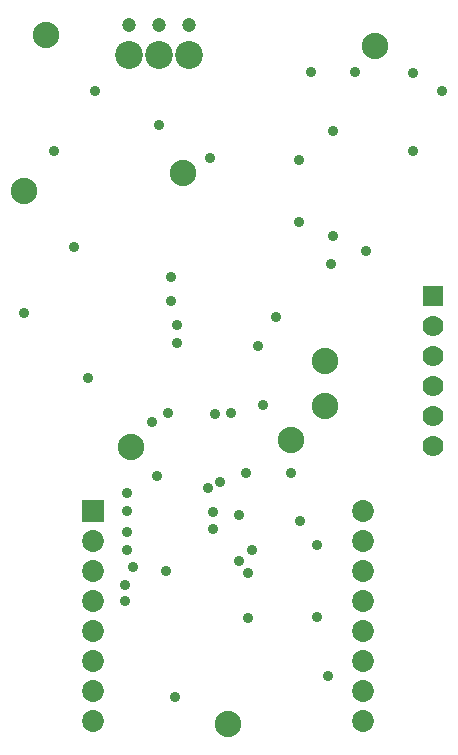
<source format=gbs>
G04 Layer_Color=16711935*
%FSLAX25Y25*%
%MOIN*%
G70*
G01*
G75*
%ADD58C,0.09300*%
%ADD59C,0.04731*%
%ADD60C,0.08800*%
%ADD61C,0.07000*%
%ADD62R,0.07000X0.07000*%
%ADD63C,0.07300*%
%ADD64R,0.07300X0.07300*%
%ADD65C,0.03600*%
D58*
X-13000Y237000D02*
D03*
X-23000D02*
D03*
X-33000D02*
D03*
D59*
Y247000D02*
D03*
X-23000D02*
D03*
X-13000D02*
D03*
D60*
X49000Y240000D02*
D03*
X-67945Y191760D02*
D03*
X-60500Y243500D02*
D03*
X-32283Y106299D02*
D03*
X20866Y108661D02*
D03*
X32500Y120000D02*
D03*
Y135000D02*
D03*
X-15000Y197458D02*
D03*
X0Y14000D02*
D03*
D61*
X68441Y146500D02*
D03*
Y106500D02*
D03*
Y116500D02*
D03*
Y126500D02*
D03*
Y136500D02*
D03*
D62*
Y156500D02*
D03*
D63*
X45000Y25000D02*
D03*
Y75000D02*
D03*
Y65000D02*
D03*
Y85000D02*
D03*
Y45000D02*
D03*
Y35000D02*
D03*
Y55000D02*
D03*
Y15000D02*
D03*
X-45000Y65000D02*
D03*
Y15000D02*
D03*
Y55000D02*
D03*
Y35000D02*
D03*
Y25000D02*
D03*
Y45000D02*
D03*
Y75000D02*
D03*
D64*
Y85000D02*
D03*
D65*
X11811Y120340D02*
D03*
X-4858Y84646D02*
D03*
X3543Y83465D02*
D03*
X-34252Y55000D02*
D03*
Y60173D02*
D03*
X29802Y49500D02*
D03*
X6693Y64330D02*
D03*
Y49213D02*
D03*
X29802Y73622D02*
D03*
X3543Y68110D02*
D03*
X-25197Y114567D02*
D03*
X23802Y181410D02*
D03*
X-17500Y23000D02*
D03*
X33500Y30000D02*
D03*
X-31496Y66142D02*
D03*
X24160Y81500D02*
D03*
X8000Y71965D02*
D03*
X-4858Y79100D02*
D03*
X-20500Y65000D02*
D03*
X-2600Y94488D02*
D03*
X-19020Y162900D02*
D03*
X-44340Y224840D02*
D03*
X-58000Y204792D02*
D03*
X35000Y176660D02*
D03*
Y211500D02*
D03*
X71372Y225043D02*
D03*
X27542Y231340D02*
D03*
X42500D02*
D03*
X15900Y149500D02*
D03*
X-33500Y71965D02*
D03*
Y78043D02*
D03*
Y90802D02*
D03*
Y84802D02*
D03*
X23802Y202000D02*
D03*
X34500Y167340D02*
D03*
X46085Y171500D02*
D03*
X-23000Y213500D02*
D03*
X61708Y230958D02*
D03*
Y204792D02*
D03*
X-67945Y151055D02*
D03*
X-51304Y173000D02*
D03*
X-19000Y155000D02*
D03*
X6000Y97500D02*
D03*
X21000D02*
D03*
X-6500Y92437D02*
D03*
X-16840Y140850D02*
D03*
Y146850D02*
D03*
X-46788Y129133D02*
D03*
X-23802Y96500D02*
D03*
X-20000Y117500D02*
D03*
X-4231Y117323D02*
D03*
X-6021Y202500D02*
D03*
X1181Y117500D02*
D03*
X10000Y140042D02*
D03*
M02*

</source>
